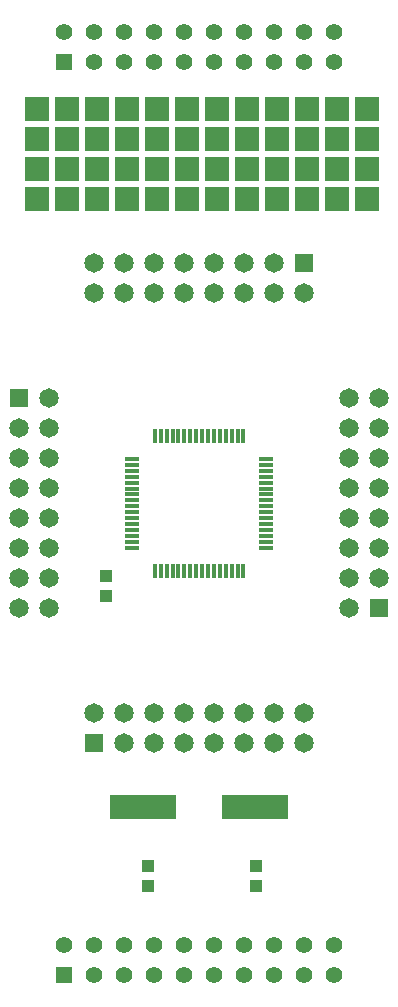
<source format=gbr>
%TF.GenerationSoftware,Altium Limited,Altium Designer,23.4.1 (23)*%
G04 Layer_Color=255*
%FSLAX45Y45*%
%MOMM*%
%TF.SameCoordinates,FC7CEE8C-9C91-443A-B6C4-03D5C87B0654*%
%TF.FilePolarity,Positive*%
%TF.FileFunction,Pads,Top*%
%TF.Part,Single*%
G01*
G75*
%TA.AperFunction,SMDPad,CuDef*%
%ADD10R,1.20000X0.30000*%
%ADD11R,0.30000X1.20000*%
%ADD12R,1.00000X1.10000*%
%ADD13R,5.60000X2.10000*%
%TA.AperFunction,ComponentPad*%
%ADD16C,1.65000*%
%ADD17R,1.65000X1.65000*%
%ADD18R,1.65000X1.65000*%
%TA.AperFunction,ViaPad*%
%ADD19R,2.00000X2.00000*%
%TA.AperFunction,ComponentPad*%
%ADD20R,1.39000X1.39000*%
%ADD21C,1.39000*%
D10*
X1080000Y4125000D02*
D03*
Y4175000D02*
D03*
Y4225000D02*
D03*
Y4275000D02*
D03*
Y4325000D02*
D03*
Y4375000D02*
D03*
Y4425000D02*
D03*
Y4475000D02*
D03*
Y4525000D02*
D03*
Y4575000D02*
D03*
Y4625000D02*
D03*
Y4675000D02*
D03*
Y4725000D02*
D03*
Y4775000D02*
D03*
Y4825000D02*
D03*
Y4875000D02*
D03*
X2220000D02*
D03*
Y4825000D02*
D03*
Y4775000D02*
D03*
Y4725000D02*
D03*
Y4675000D02*
D03*
Y4625000D02*
D03*
Y4575000D02*
D03*
Y4525000D02*
D03*
Y4475000D02*
D03*
Y4425000D02*
D03*
Y4375000D02*
D03*
Y4325000D02*
D03*
Y4275000D02*
D03*
Y4225000D02*
D03*
Y4175000D02*
D03*
Y4125000D02*
D03*
D11*
X1275000Y5070000D02*
D03*
X1325000D02*
D03*
X1375000D02*
D03*
X1425000D02*
D03*
X1475000D02*
D03*
X1525000D02*
D03*
X1575000D02*
D03*
X1625000D02*
D03*
X1675000D02*
D03*
X1725000D02*
D03*
X1775000D02*
D03*
X1825000D02*
D03*
X1875000D02*
D03*
X1925000D02*
D03*
X1975000D02*
D03*
X2025000D02*
D03*
Y3930000D02*
D03*
X1975000D02*
D03*
X1925000D02*
D03*
X1875000D02*
D03*
X1825000D02*
D03*
X1775000D02*
D03*
X1725000D02*
D03*
X1675000D02*
D03*
X1625000D02*
D03*
X1575000D02*
D03*
X1525000D02*
D03*
X1475000D02*
D03*
X1425000D02*
D03*
X1375000D02*
D03*
X1325000D02*
D03*
X1275000D02*
D03*
D12*
X863600Y3712300D02*
D03*
Y3882300D02*
D03*
X1219200Y1431200D02*
D03*
Y1261200D02*
D03*
X2133600Y1431200D02*
D03*
Y1261200D02*
D03*
D13*
X2125000Y1930400D02*
D03*
X1175000D02*
D03*
D16*
X2539000Y2721000D02*
D03*
Y2467000D02*
D03*
X2285000Y2721000D02*
D03*
Y2467000D02*
D03*
X2031000Y2721000D02*
D03*
Y2467000D02*
D03*
X1777000Y2721000D02*
D03*
Y2467000D02*
D03*
X1523000Y2721000D02*
D03*
Y2467000D02*
D03*
X1269000Y2721000D02*
D03*
Y2467000D02*
D03*
X1015000Y2721000D02*
D03*
Y2467000D02*
D03*
X761000Y2721000D02*
D03*
X2919000Y5389000D02*
D03*
X3173000D02*
D03*
X2919000Y5135000D02*
D03*
X3173000D02*
D03*
X2919000Y4881000D02*
D03*
X3173000D02*
D03*
X2919000Y4627000D02*
D03*
X3173000D02*
D03*
X2919000Y4373000D02*
D03*
X3173000D02*
D03*
X2919000Y4119000D02*
D03*
X3173000D02*
D03*
X2919000Y3865000D02*
D03*
X3173000D02*
D03*
X2919000Y3611000D02*
D03*
X381000D02*
D03*
X127000D02*
D03*
X381000Y3865000D02*
D03*
X127000D02*
D03*
X381000Y4119000D02*
D03*
X127000D02*
D03*
X381000Y4373000D02*
D03*
X127000D02*
D03*
X381000Y4627000D02*
D03*
X127000D02*
D03*
X381000Y4881000D02*
D03*
X127000D02*
D03*
X381000Y5135000D02*
D03*
X127000D02*
D03*
X381000Y5389000D02*
D03*
X761000Y6278000D02*
D03*
Y6532000D02*
D03*
X1015000Y6278000D02*
D03*
Y6532000D02*
D03*
X1269000Y6278000D02*
D03*
Y6532000D02*
D03*
X1523000Y6278000D02*
D03*
Y6532000D02*
D03*
X1777000Y6278000D02*
D03*
Y6532000D02*
D03*
X2031000Y6278000D02*
D03*
Y6532000D02*
D03*
X2285000Y6278000D02*
D03*
Y6532000D02*
D03*
X2539000Y6278000D02*
D03*
D17*
X761000Y2467000D02*
D03*
X2539000Y6532000D02*
D03*
D18*
X3173000Y3611000D02*
D03*
X127000Y5389000D02*
D03*
D19*
X279400Y7835900D02*
D03*
Y7581900D02*
D03*
X533400D02*
D03*
Y7835900D02*
D03*
X1041400D02*
D03*
Y7581900D02*
D03*
X787400D02*
D03*
Y7835900D02*
D03*
X1803400D02*
D03*
Y7581900D02*
D03*
X2057400D02*
D03*
Y7835900D02*
D03*
X1549400D02*
D03*
Y7581900D02*
D03*
X1295400D02*
D03*
Y7835900D02*
D03*
X2819400D02*
D03*
Y7581900D02*
D03*
X3073400D02*
D03*
Y7835900D02*
D03*
X2565400D02*
D03*
Y7581900D02*
D03*
X2311400D02*
D03*
Y7835900D02*
D03*
X2565400Y7327900D02*
D03*
Y7073900D02*
D03*
X2311400D02*
D03*
Y7327900D02*
D03*
X2819400D02*
D03*
Y7073900D02*
D03*
X3073400D02*
D03*
Y7327900D02*
D03*
X279400Y7073900D02*
D03*
X1549400Y7327900D02*
D03*
Y7073900D02*
D03*
X1803400Y7327900D02*
D03*
Y7073900D02*
D03*
X2057400D02*
D03*
Y7327900D02*
D03*
X1295400D02*
D03*
X787400Y7073900D02*
D03*
X533400D02*
D03*
X787400Y7327900D02*
D03*
X533400D02*
D03*
X1041400D02*
D03*
X279400D02*
D03*
X1295400Y7073900D02*
D03*
X1041400D02*
D03*
D20*
X508000Y8238000D02*
D03*
Y508000D02*
D03*
D21*
Y8492000D02*
D03*
X762000Y8238000D02*
D03*
Y8492000D02*
D03*
X1016000Y8238000D02*
D03*
Y8492000D02*
D03*
X1270000Y8238000D02*
D03*
Y8492000D02*
D03*
X1524000Y8238000D02*
D03*
Y8492000D02*
D03*
X1778000Y8238000D02*
D03*
Y8492000D02*
D03*
X2032000Y8238000D02*
D03*
Y8492000D02*
D03*
X2286000Y8238000D02*
D03*
Y8492000D02*
D03*
X2540000Y8238000D02*
D03*
Y8492000D02*
D03*
X2794000Y8238000D02*
D03*
Y8492000D02*
D03*
X508000Y762000D02*
D03*
X762000Y508000D02*
D03*
Y762000D02*
D03*
X1016000Y508000D02*
D03*
Y762000D02*
D03*
X1270000Y508000D02*
D03*
Y762000D02*
D03*
X1524000Y508000D02*
D03*
Y762000D02*
D03*
X1778000Y508000D02*
D03*
Y762000D02*
D03*
X2032000Y508000D02*
D03*
Y762000D02*
D03*
X2286000Y508000D02*
D03*
Y762000D02*
D03*
X2540000Y508000D02*
D03*
Y762000D02*
D03*
X2794000Y508000D02*
D03*
Y762000D02*
D03*
%TF.MD5,2cf8c11764b666f015c1818407a60dfd*%
M02*

</source>
